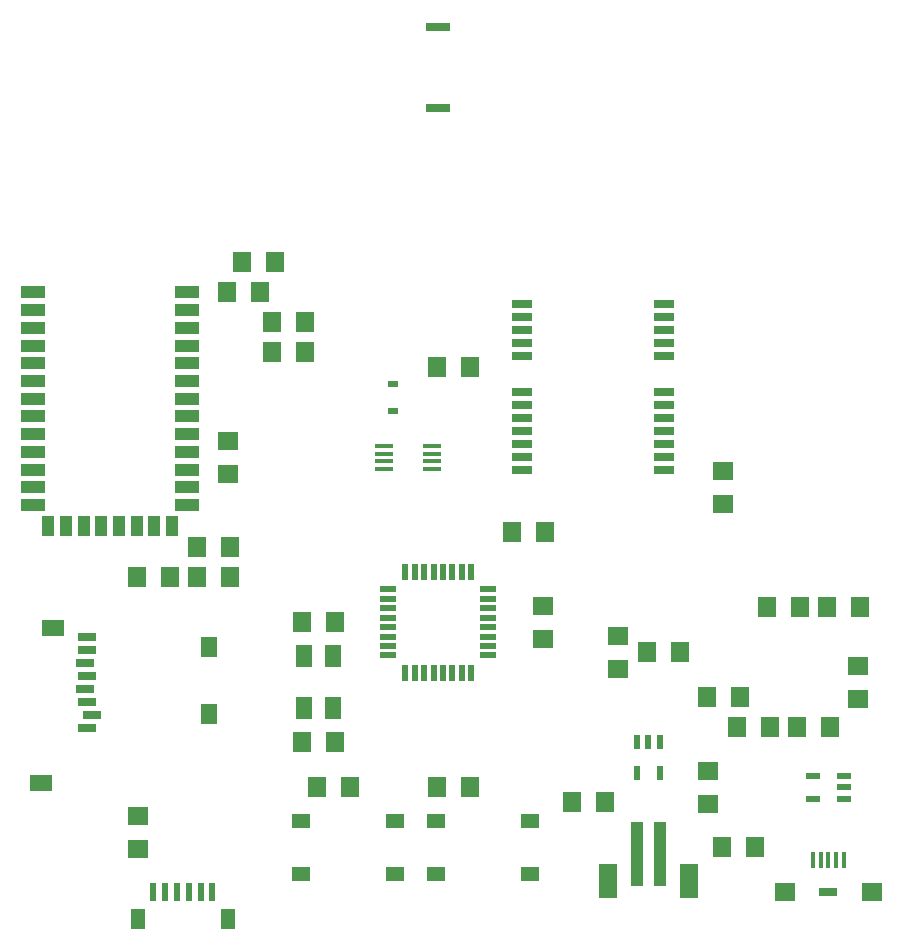
<source format=gtp>
G75*
%MOIN*%
%OFA0B0*%
%FSLAX25Y25*%
%IPPOS*%
%LPD*%
%AMOC8*
5,1,8,0,0,1.08239X$1,22.5*
%
%ADD10R,0.06299X0.11811*%
%ADD11R,0.03937X0.21654*%
%ADD12R,0.06000X0.01800*%
%ADD13R,0.07874X0.02953*%
%ADD14R,0.01575X0.05709*%
%ADD15R,0.07087X0.05906*%
%ADD16R,0.05906X0.02756*%
%ADD17R,0.06102X0.05118*%
%ADD18R,0.07087X0.03150*%
%ADD19R,0.05512X0.07087*%
%ADD20R,0.07480X0.05512*%
%ADD21R,0.05906X0.03150*%
%ADD22R,0.07874X0.03937*%
%ADD23R,0.03937X0.07087*%
%ADD24R,0.04724X0.02165*%
%ADD25R,0.02165X0.04724*%
%ADD26R,0.07087X0.06299*%
%ADD27R,0.06299X0.07087*%
%ADD28R,0.03268X0.02480*%
%ADD29R,0.07098X0.06299*%
%ADD30R,0.06299X0.07098*%
%ADD31R,0.05800X0.02000*%
%ADD32R,0.02000X0.05800*%
%ADD33R,0.05512X0.07480*%
%ADD34R,0.02362X0.06102*%
%ADD35R,0.04724X0.07087*%
D10*
X0214510Y0049321D03*
X0241282Y0049321D03*
D11*
X0231833Y0058258D03*
X0223959Y0058258D03*
D12*
X0155896Y0186584D03*
X0155896Y0189084D03*
X0155896Y0191684D03*
X0155896Y0194184D03*
X0139896Y0194184D03*
X0139896Y0191684D03*
X0139896Y0189084D03*
X0139896Y0186584D03*
D13*
X0157896Y0306998D03*
X0157896Y0333770D03*
D14*
X0282778Y0056112D03*
X0285337Y0056112D03*
X0287896Y0056112D03*
X0290455Y0056112D03*
X0293014Y0056112D03*
D15*
X0302400Y0045384D03*
X0273392Y0045384D03*
D16*
X0287896Y0045384D03*
D17*
X0188546Y0051526D03*
X0188546Y0069242D03*
X0157246Y0069242D03*
X0143546Y0069242D03*
X0143546Y0051526D03*
X0157246Y0051526D03*
X0112246Y0051526D03*
X0112246Y0069242D03*
D18*
X0185849Y0186250D03*
X0185849Y0190581D03*
X0185849Y0194911D03*
X0185849Y0199242D03*
X0185849Y0203573D03*
X0185849Y0207904D03*
X0185849Y0212234D03*
X0185849Y0224045D03*
X0185849Y0228376D03*
X0185849Y0232707D03*
X0185849Y0237037D03*
X0185849Y0241368D03*
X0233093Y0241368D03*
X0233093Y0237037D03*
X0233093Y0232707D03*
X0233093Y0228376D03*
X0233093Y0224045D03*
X0233093Y0212234D03*
X0233093Y0207904D03*
X0233093Y0203573D03*
X0233093Y0199242D03*
X0233093Y0194911D03*
X0233093Y0190581D03*
X0233093Y0186250D03*
D19*
X0081321Y0127313D03*
X0081321Y0104872D03*
D20*
X0029550Y0133612D03*
X0025613Y0081841D03*
D21*
X0040770Y0100187D03*
X0042345Y0104518D03*
X0040770Y0108848D03*
X0039983Y0113179D03*
X0040770Y0117510D03*
X0039983Y0121841D03*
X0040770Y0126171D03*
X0040770Y0130502D03*
D22*
X0022896Y0174518D03*
X0022896Y0180423D03*
X0022896Y0186329D03*
X0022896Y0192234D03*
X0022896Y0198140D03*
X0022896Y0204045D03*
X0022896Y0209951D03*
X0022896Y0215856D03*
X0022896Y0221762D03*
X0022896Y0227667D03*
X0022896Y0233573D03*
X0022896Y0239478D03*
X0022896Y0245384D03*
X0074077Y0245384D03*
X0074077Y0239478D03*
X0074077Y0233573D03*
X0074077Y0227667D03*
X0074077Y0221762D03*
X0074077Y0215856D03*
X0074077Y0209951D03*
X0074077Y0204045D03*
X0074077Y0198140D03*
X0074077Y0192234D03*
X0074077Y0186329D03*
X0074077Y0180423D03*
X0074077Y0174518D03*
D23*
X0069156Y0167628D03*
X0063250Y0167628D03*
X0057345Y0167628D03*
X0051439Y0167628D03*
X0045534Y0167628D03*
X0039628Y0167628D03*
X0033723Y0167628D03*
X0027817Y0167628D03*
D24*
X0282778Y0084124D03*
X0282778Y0076644D03*
X0293015Y0076644D03*
X0293015Y0080384D03*
X0293015Y0084124D03*
D25*
X0231636Y0085265D03*
X0224156Y0085265D03*
X0224156Y0095502D03*
X0227896Y0095502D03*
X0231636Y0095502D03*
D26*
X0192896Y0129872D03*
X0192896Y0140896D03*
X0252896Y0174872D03*
X0252896Y0185896D03*
X0297896Y0120896D03*
X0297896Y0109872D03*
X0087896Y0184872D03*
X0087896Y0195896D03*
X0057896Y0070896D03*
X0057896Y0059872D03*
D27*
X0112384Y0095384D03*
X0123408Y0095384D03*
X0128408Y0080384D03*
X0117384Y0080384D03*
X0157384Y0080384D03*
X0168408Y0080384D03*
X0202384Y0075384D03*
X0213408Y0075384D03*
X0247384Y0110384D03*
X0258408Y0110384D03*
X0257384Y0100384D03*
X0268408Y0100384D03*
X0277384Y0100384D03*
X0288408Y0100384D03*
X0287384Y0140384D03*
X0298408Y0140384D03*
X0238408Y0125384D03*
X0227384Y0125384D03*
X0193408Y0165384D03*
X0182384Y0165384D03*
X0168408Y0220384D03*
X0157384Y0220384D03*
X0113408Y0225384D03*
X0113408Y0235384D03*
X0102384Y0235384D03*
X0102384Y0225384D03*
X0098408Y0245384D03*
X0087384Y0245384D03*
X0092384Y0255384D03*
X0103408Y0255384D03*
X0088408Y0160384D03*
X0088408Y0150384D03*
X0077384Y0150384D03*
X0068408Y0150384D03*
X0077384Y0160384D03*
X0057384Y0150384D03*
X0112384Y0135384D03*
X0123408Y0135384D03*
X0252384Y0060384D03*
X0263408Y0060384D03*
D28*
X0142896Y0205856D03*
X0142896Y0214911D03*
D29*
X0217896Y0130982D03*
X0217896Y0119785D03*
X0247896Y0085982D03*
X0247896Y0074785D03*
D30*
X0267298Y0140384D03*
X0278494Y0140384D03*
D31*
X0174596Y0140084D03*
X0174596Y0136984D03*
X0174596Y0133784D03*
X0174596Y0130684D03*
X0174596Y0127484D03*
X0174596Y0124384D03*
X0174596Y0143284D03*
X0174596Y0146384D03*
X0141196Y0146384D03*
X0141196Y0143284D03*
X0141196Y0140084D03*
X0141196Y0136984D03*
X0141196Y0133784D03*
X0141196Y0130684D03*
X0141196Y0127484D03*
X0141196Y0124384D03*
D32*
X0146896Y0118684D03*
X0149996Y0118684D03*
X0153196Y0118684D03*
X0156296Y0118684D03*
X0159496Y0118684D03*
X0162596Y0118684D03*
X0165796Y0118684D03*
X0168896Y0118684D03*
X0168896Y0152084D03*
X0165796Y0152084D03*
X0162596Y0152084D03*
X0159496Y0152084D03*
X0156296Y0152084D03*
X0153196Y0152084D03*
X0149996Y0152084D03*
X0146896Y0152084D03*
D33*
X0122620Y0124045D03*
X0113172Y0124045D03*
X0113172Y0106722D03*
X0122620Y0106722D03*
D34*
X0082581Y0045384D03*
X0078644Y0045384D03*
X0074707Y0045384D03*
X0070770Y0045384D03*
X0066833Y0045384D03*
X0062896Y0045384D03*
D35*
X0057778Y0036624D03*
X0087699Y0036624D03*
M02*

</source>
